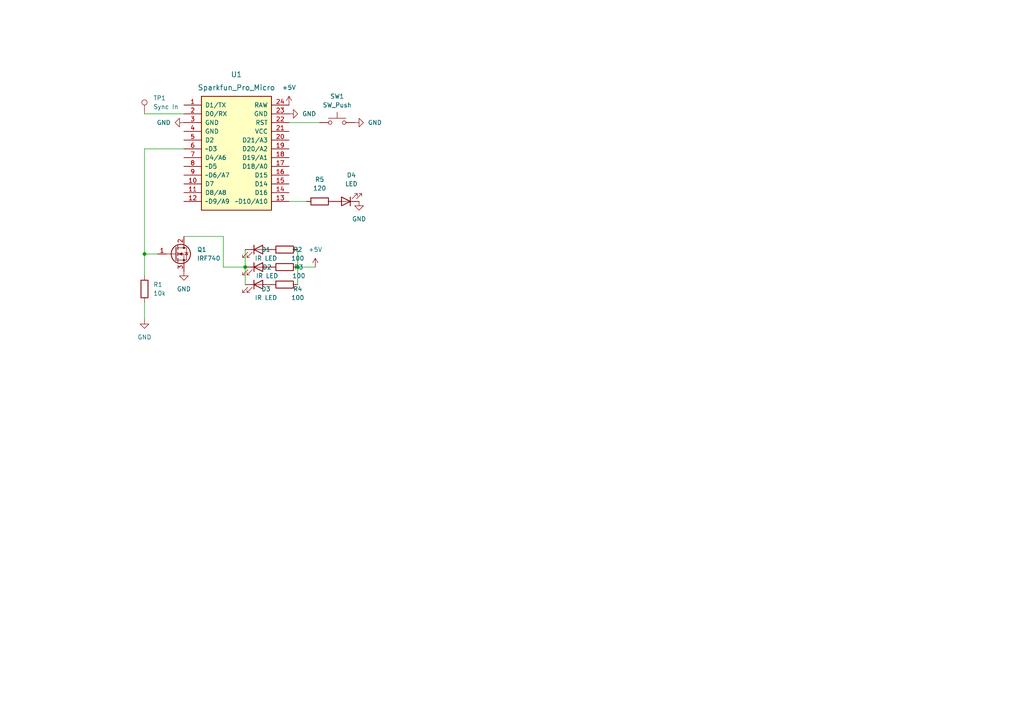
<source format=kicad_sch>
(kicad_sch (version 20211123) (generator eeschema)
  (paper "A4")
  (lib_symbols
    (symbol "Arduino:Sparkfun_Pro_Micro" (pin_names (offset 1.016))
      (property "Reference" "U" (at -8.89 21.59 0))
      (property "Value" "Sparkfun_Pro_Micro" (at 0 19.05 0))
      (symbol "Sparkfun_Pro_Micro_0_1"
        (rectangle (start -10.16 17.78) (end 10.16 -15.24) (stroke (width 0.254)) (fill (type background)))
      )
      (symbol "Sparkfun_Pro_Micro_1_1"
        (pin bidirectional line (at -15.24 15.24 0) (length 5.08) (name "D1/TX") (number "1"))
        (pin bidirectional line (at -15.24 -7.62 0) (length 5.08) (name "D7") (number "10"))
        (pin bidirectional line (at -15.24 -10.16 0) (length 5.08) (name "D8/A8") (number "11"))
        (pin bidirectional line (at -15.24 -12.7 0) (length 5.08) (name "~D9/A9") (number "12"))
        (pin bidirectional line (at 15.24 -12.7 180) (length 5.08) (name "~D10/A10") (number "13"))
        (pin bidirectional line (at 15.24 -10.16 180) (length 5.08) (name "D16") (number "14"))
        (pin bidirectional line (at 15.24 -7.62 180) (length 5.08) (name "D14") (number "15"))
        (pin bidirectional line (at 15.24 -5.08 180) (length 5.08) (name "D15") (number "16"))
        (pin bidirectional line (at 15.24 -2.54 180) (length 5.08) (name "D18/A0") (number "17"))
        (pin bidirectional line (at 15.24 0 180) (length 5.08) (name "D19/A1") (number "18"))
        (pin bidirectional line (at 15.24 2.54 180) (length 5.08) (name "D20/A2") (number "19"))
        (pin bidirectional line (at -15.24 12.7 0) (length 5.08) (name "D0/RX") (number "2"))
        (pin bidirectional line (at 15.24 5.08 180) (length 5.08) (name "D21/A3") (number "20"))
        (pin power_in line (at 15.24 7.62 180) (length 5.08) (name "VCC") (number "21"))
        (pin input line (at 15.24 10.16 180) (length 5.08) (name "RST") (number "22"))
        (pin power_in line (at 15.24 12.7 180) (length 5.08) (name "GND") (number "23"))
        (pin power_in line (at 15.24 15.24 180) (length 5.08) (name "RAW") (number "24"))
        (pin power_in line (at -15.24 10.16 0) (length 5.08) (name "GND") (number "3"))
        (pin power_in line (at -15.24 7.62 0) (length 5.08) (name "GND") (number "4"))
        (pin bidirectional line (at -15.24 5.08 0) (length 5.08) (name "D2") (number "5"))
        (pin bidirectional line (at -15.24 2.54 0) (length 5.08) (name "~D3") (number "6"))
        (pin bidirectional line (at -15.24 0 0) (length 5.08) (name "D4/A6") (number "7"))
        (pin bidirectional line (at -15.24 -2.54 0) (length 5.08) (name "~D5") (number "8"))
        (pin bidirectional line (at -15.24 -5.08 0) (length 5.08) (name "~D6/A7") (number "9"))
      )
    )
    (symbol "Connector:TestPoint" (pin_numbers hide) (pin_names (offset 0.762) hide)
      (property "Reference" "TP" (at 0 6.858 0))
      (property "Value" "TestPoint" (at 0 5.08 0))
      (symbol "TestPoint_0_1"
        (circle (center 0 3.302) (radius 0.762))
      )
      (symbol "TestPoint_1_1"
        (pin passive line (at 0 0 90) (length 2.54) (name "1") (number "1"))
      )
    )
    (symbol "Device:LED" (pin_numbers hide) (pin_names (offset 1.016) hide)
      (property "Reference" "D" (at 0 2.54 0))
      (property "Value" "LED" (at 0 -2.54 0))
      (symbol "LED_0_1"
        (polyline (pts (xy -1.27 -1.27) (xy -1.27 1.27)) (stroke (width 0.254)))
        (polyline (pts (xy -1.27 0) (xy 1.27 0)))
        (polyline (pts (xy 1.27 -1.27) (xy 1.27 1.27) (xy -1.27 0) (xy 1.27 -1.27)) (stroke (width 0.254)))
        (polyline (pts (xy -3.048 -0.762) (xy -4.572 -2.286) (xy -3.81 -2.286) (xy -4.572 -2.286) (xy -4.572 -1.524)))
        (polyline (pts (xy -1.778 -0.762) (xy -3.302 -2.286) (xy -2.54 -2.286) (xy -3.302 -2.286) (xy -3.302 -1.524)))
      )
      (symbol "LED_1_1"
        (pin passive line (at -3.81 0 0) (length 2.54) (name "K") (number "1"))
        (pin passive line (at 3.81 0 180) (length 2.54) (name "A") (number "2"))
      )
    )
    (symbol "Device:R" (pin_numbers hide) (pin_names (offset 0))
      (property "Reference" "R" (at 2.032 0 90))
      (property "Value" "R" (at 0 0 90))
      (symbol "R_0_1"
        (rectangle (start -1.016 -2.54) (end 1.016 2.54) (stroke (width 0.254)))
      )
      (symbol "R_1_1"
        (pin passive line (at 0 3.81 270) (length 1.27) (name "~") (number "1"))
        (pin passive line (at 0 -3.81 90) (length 1.27) (name "~") (number "2"))
      )
    )
    (symbol "Switch:SW_Push" (pin_numbers hide) (pin_names (offset 1.016) hide)
      (property "Reference" "SW" (at 1.27 2.54 0))
      (property "Value" "SW_Push" (at 0 -1.524 0))
      (symbol "SW_Push_0_1"
        (circle (center -2.032 0) (radius 0.508))
        (polyline (pts (xy 0 1.27) (xy 0 3.048)))
        (polyline (pts (xy 2.54 1.27) (xy -2.54 1.27)))
        (circle (center 2.032 0) (radius 0.508))
        (pin passive line (at -5.08 0 0) (length 2.54) (name "1") (number "1"))
        (pin passive line (at 5.08 0 180) (length 2.54) (name "2") (number "2"))
      )
    )
    (symbol "Transistor_FET:IRF740" (pin_names hide)
      (property "Reference" "Q" (at 6.35 1.905 0))
      (property "Value" "IRF740" (at 6.35 0 0))
      (symbol "IRF740_0_1"
        (polyline (pts (xy 0.254 0) (xy -2.54 0)))
        (polyline (pts (xy 0.254 1.905) (xy 0.254 -1.905)) (stroke (width 0.254)))
        (polyline (pts (xy 0.762 -1.27) (xy 0.762 -2.286)) (stroke (width 0.254)))
        (polyline (pts (xy 0.762 0.508) (xy 0.762 -0.508)) (stroke (width 0.254)))
        (polyline (pts (xy 0.762 2.286) (xy 0.762 1.27)) (stroke (width 0.254)))
        (polyline (pts (xy 2.54 2.54) (xy 2.54 1.778)))
        (polyline (pts (xy 2.54 -2.54) (xy 2.54 0) (xy 0.762 0)))
        (polyline (pts (xy 0.762 -1.778) (xy 3.302 -1.778) (xy 3.302 1.778) (xy 0.762 1.778)))
        (polyline (pts (xy 1.016 0) (xy 2.032 0.381) (xy 2.032 -0.381) (xy 1.016 0)) (fill (type outline)))
        (polyline (pts (xy 2.794 0.508) (xy 2.921 0.381) (xy 3.683 0.381) (xy 3.81 0.254)))
        (polyline (pts (xy 3.302 0.381) (xy 2.921 -0.254) (xy 3.683 -0.254) (xy 3.302 0.381)))
        (circle (center 1.651 0) (radius 2.794) (stroke (width 0.254)))
        (circle (center 2.54 -1.778) (radius 0.254) (fill (type outline)))
        (circle (center 2.54 1.778) (radius 0.254) (fill (type outline)))
      )
      (symbol "IRF740_1_1"
        (pin input line (at -5.08 0 0) (length 2.54) (name "G") (number "1"))
        (pin passive line (at 2.54 5.08 270) (length 2.54) (name "D") (number "2"))
        (pin passive line (at 2.54 -5.08 90) (length 2.54) (name "S") (number "3"))
      )
    )
    (symbol "power:+5V" (power) (pin_names (offset 0))
      (property "Value" "+5V" (at 0 3.556 0))
      (symbol "+5V_0_1"
        (polyline (pts (xy -0.762 1.27) (xy 0 2.54)))
        (polyline (pts (xy 0 0) (xy 0 2.54)))
        (polyline (pts (xy 0 2.54) (xy 0.762 1.27)))
      )
      (symbol "+5V_1_1"
        (pin power_in line (at 0 0 90) (length 0) hide (name "+5V") (number "1"))
      )
    )
    (symbol "power:GND" (power) (pin_names (offset 0))
      (property "Value" "GND" (at 0 -3.81 0))
      (symbol "GND_0_1"
        (polyline (pts (xy 0 0) (xy 0 -1.27) (xy 1.27 -1.27) (xy 0 -2.54) (xy -1.27 -1.27) (xy 0 -1.27)))
      )
      (symbol "GND_1_1"
        (pin power_in line (at 0 0 270) (length 0) hide (name "GND") (number "1"))
      )
    )
  )
  (junction (at 71.12 77.47))
  (junction (at 41.91 73.66))
  (junction (at 86.36 77.47))
  (wire (pts (xy 86.36 72.39) (xy 86.36 77.47)))
  (wire (pts (xy 71.12 72.39) (xy 71.12 77.47)))
  (wire (pts (xy 86.36 77.47) (xy 86.36 82.55)))
  (wire (pts (xy 53.34 43.18) (xy 41.91 43.18)))
  (wire (pts (xy 71.12 77.47) (xy 64.77 77.47)))
  (wire (pts (xy 86.36 77.47) (xy 91.44 77.47)))
  (wire (pts (xy 41.91 33.02) (xy 53.34 33.02)))
  (wire (pts (xy 41.91 43.18) (xy 41.91 73.66)))
  (wire (pts (xy 41.91 87.63) (xy 41.91 92.71)))
  (wire (pts (xy 83.82 35.56) (xy 92.71 35.56)))
  (wire (pts (xy 83.82 58.42) (xy 88.9 58.42)))
  (wire (pts (xy 64.77 77.47) (xy 64.77 68.58)))
  (wire (pts (xy 41.91 73.66) (xy 41.91 80.01)))
  (wire (pts (xy 64.77 68.58) (xy 53.34 68.58)))
  (wire (pts (xy 71.12 77.47) (xy 71.12 82.55)))
  (wire (pts (xy 41.91 73.66) (xy 45.72 73.66)))
  (symbol (lib_id "Device:LED") (at 100.33 58.42 180) (unit 1)
    (property "Reference" "D4" (at 101.9175 50.8 0))
    (property "Value" "LED" (at 101.9175 53.34 0))
    (property "Footprint" "LED_THT:LED_SideEmitter_Rectangular_W4.5mm_H1.6mm" (effects hide))
  )
  (symbol (lib_id "Switch:SW_Push") (at 97.79 35.56 0) (unit 1)
    (property "Reference" "SW1" (at 97.79 27.94 0))
    (property "Value" "SW_Push" (at 97.79 30.48 0))
    (property "Footprint" "Button_Switch_THT:SW_PUSH_6mm" (effects hide))
  )
  (symbol (lib_id "Device:R") (at 82.55 77.47 90) (unit 1)
    (property "Reference" "R3" (at 86.6775 77.47 90))
    (property "Value" "100" (at 86.6775 80.01 90))
    (property "Footprint" "Resistor_THT:R_Axial_DIN0207_L6.3mm_D2.5mm_P10.16mm_Horizontal" (effects hide))
  )
  (symbol (lib_id "Arduino:Sparkfun_Pro_Micro") (at 68.58 45.72 0) (unit 1)
    (property "Reference" "U1" (at 68.58 21.59 0) (effects (font (size 1.524 1.524))))
    (property "Value" "Sparkfun_Pro_Micro" (at 68.58 25.4 0) (effects (font (size 1.524 1.524))))
    (property "Footprint" "Arduino:Sparkfun_Pro_Micro" (effects hide))
    (property "Datasheet" "https://www.sparkfun.com/products/12640" (effects hide))
  )
  (symbol (lib_id "power:GND") (at 41.91 92.71 0) (unit 1)
    (property "Reference" "#PWR01" (effects hide))
    (property "Value" "GND" (at 41.91 97.79 0))
  )
  (symbol (lib_id "power:+5V") (at 83.82 30.48 0) (unit 1)
    (property "Reference" "#PWR03" (effects hide))
    (property "Value" "+5V" (at 83.82 25.4 0))
  )
  (symbol (lib_id "Device:LED") (at 74.93 72.39 0) (unit 1)
    (property "Reference" "D1" (at 77.1525 72.39 0))
    (property "Value" "IR LED" (at 77.1525 74.93 0))
    (property "Footprint" "LED_THT:LED_SideEmitter_Rectangular_W4.5mm_H1.6mm" (effects hide))
  )
  (symbol (lib_id "Device:LED") (at 74.93 77.47 0) (unit 1)
    (property "Reference" "D2" (at 77.47 77.47 0))
    (property "Value" "IR LED" (at 77.47 80.01 0))
    (property "Footprint" "LED_THT:LED_SideEmitter_Rectangular_W4.5mm_H1.6mm" (effects hide))
  )
  (symbol (lib_id "power:GND") (at 53.34 78.74 0) (unit 1)
    (property "Reference" "#PWR02" (effects hide))
    (property "Value" "GND" (at 53.34 83.82 0))
  )
  (symbol (lib_id "power:GND") (at 53.34 35.56 270) (unit 1)
    (property "Reference" "#PWR0101" (effects hide))
    (property "Value" "GND" (at 49.53 35.5599 90) (effects (justify right)))
  )
  (symbol (lib_id "power:GND") (at 83.82 33.02 90) (unit 1)
    (property "Reference" "#PWR04" (effects hide))
    (property "Value" "GND" (at 87.63 33.0199 90) (effects (justify right)))
  )
  (symbol (lib_id "power:+5V") (at 91.44 77.47 0) (unit 1)
    (property "Reference" "#PWR05" (effects hide))
    (property "Value" "+5V" (at 91.44 72.39 0))
  )
  (symbol (lib_id "Connector:TestPoint") (at 41.91 33.02 0) (unit 1)
    (property "Reference" "TP1" (at 44.45 28.4479 0) (effects (justify left)))
    (property "Value" "Sync In" (at 44.45 30.9879 0) (effects (justify left)))
    (property "Footprint" "Connector_PinHeader_2.54mm:PinHeader_1x01_P2.54mm_Horizontal" (effects hide))
  )
  (symbol (lib_id "power:GND") (at 104.14 58.42 0) (unit 1)
    (property "Reference" "#PWR07" (effects hide))
    (property "Value" "GND" (at 104.14 63.5 0))
  )
  (symbol (lib_id "Device:R") (at 82.55 72.39 90) (unit 1)
    (property "Reference" "R2" (at 86.36 72.39 90))
    (property "Value" "100" (at 86.36 74.93 90))
    (property "Footprint" "Resistor_THT:R_Axial_DIN0207_L6.3mm_D2.5mm_P10.16mm_Horizontal" (effects hide))
  )
  (symbol (lib_id "Transistor_FET:IRF740") (at 50.8 73.66 0) (unit 1)
    (property "Reference" "Q1" (at 57.15 72.3899 0) (effects (justify left)))
    (property "Value" "IRF740" (at 57.15 74.9299 0) (effects (justify left)))
    (property "Footprint" "Package_TO_SOT_THT:TO-220-3_Vertical" (effects hide))
    (property "Datasheet" "http://www.vishay.com/docs/91054/91054.pdf" (effects hide))
  )
  (symbol (lib_id "Device:R") (at 82.55 82.55 90) (unit 1)
    (property "Reference" "R4" (at 86.36 83.82 90))
    (property "Value" "100" (at 86.36 86.36 90))
    (property "Footprint" "Resistor_THT:R_Axial_DIN0207_L6.3mm_D2.5mm_P10.16mm_Horizontal" (effects hide))
  )
  (symbol (lib_id "Device:R") (at 92.71 58.42 90) (unit 1)
    (property "Reference" "R5" (at 92.71 52.07 90))
    (property "Value" "120" (at 92.71 54.61 90))
    (property "Footprint" "Resistor_THT:R_Axial_DIN0207_L6.3mm_D2.5mm_P10.16mm_Horizontal" (effects hide))
  )
  (symbol (lib_id "Device:R") (at 41.91 83.82 0) (unit 1)
    (property "Reference" "R1" (at 44.45 82.5499 0) (effects (justify left)))
    (property "Value" "10k" (at 44.45 85.0899 0) (effects (justify left)))
    (property "Footprint" "Resistor_THT:R_Axial_DIN0207_L6.3mm_D2.5mm_P10.16mm_Horizontal" (effects hide))
  )
  (symbol (lib_id "Device:LED") (at 74.93 82.55 0) (unit 1)
    (property "Reference" "D3" (at 77.1525 83.82 0))
    (property "Value" "IR LED" (at 77.1525 86.36 0))
    (property "Footprint" "LED_THT:LED_SideEmitter_Rectangular_W4.5mm_H1.6mm" (effects hide))
  )
  (symbol (lib_id "power:GND") (at 102.87 35.56 90) (unit 1)
    (property "Reference" "#PWR06" (effects hide))
    (property "Value" "GND" (at 106.68 35.5599 90) (effects (justify right)))
  )
)
</source>
